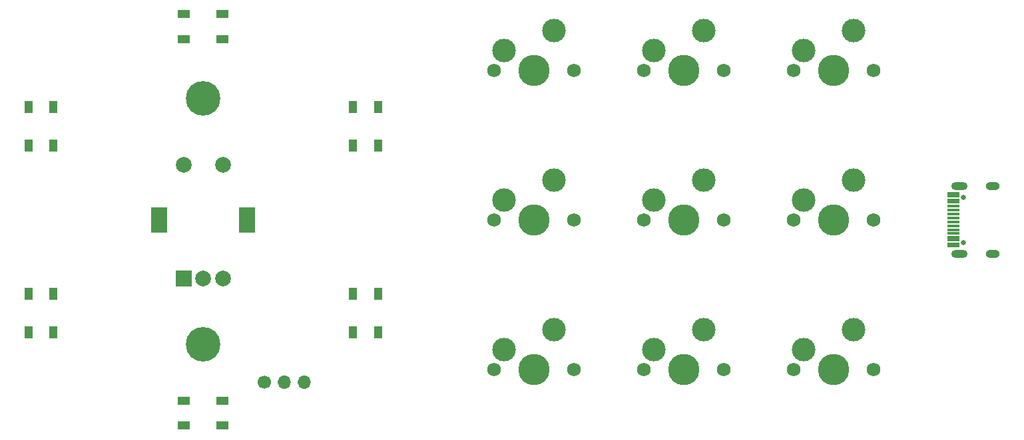
<source format=gts>
G04 #@! TF.GenerationSoftware,KiCad,Pcbnew,7.0.1*
G04 #@! TF.CreationDate,2023-04-28T03:37:42-07:00*
G04 #@! TF.ProjectId,jam-pad,6a616d2d-7061-4642-9e6b-696361645f70,rev?*
G04 #@! TF.SameCoordinates,Original*
G04 #@! TF.FileFunction,Soldermask,Top*
G04 #@! TF.FilePolarity,Negative*
%FSLAX46Y46*%
G04 Gerber Fmt 4.6, Leading zero omitted, Abs format (unit mm)*
G04 Created by KiCad (PCBNEW 7.0.1) date 2023-04-28 03:37:42*
%MOMM*%
%LPD*%
G01*
G04 APERTURE LIST*
%ADD10C,1.750000*%
%ADD11C,3.000000*%
%ADD12C,3.987800*%
%ADD13C,4.400000*%
%ADD14R,2.000000X2.000000*%
%ADD15C,2.000000*%
%ADD16R,2.000000X3.200000*%
%ADD17C,0.650000*%
%ADD18R,1.600000X0.300000*%
%ADD19O,2.100000X1.000000*%
%ADD20O,1.800000X1.000000*%
%ADD21R,1.500000X1.000000*%
%ADD22R,1.000000X1.500000*%
%ADD23C,1.700000*%
%ADD24O,1.700000X1.700000*%
G04 APERTURE END LIST*
D10*
G04 #@! TO.C,SW4*
X97313750Y-53975000D03*
D11*
X98583750Y-51435000D03*
D12*
X102393750Y-53975000D03*
D11*
X104933750Y-48895000D03*
D10*
X107473750Y-53975000D03*
G04 #@! TD*
G04 #@! TO.C,SW9*
X135413750Y-73025000D03*
D11*
X136683750Y-70485000D03*
D12*
X140493750Y-73025000D03*
D11*
X143033750Y-67945000D03*
D10*
X145573750Y-73025000D03*
G04 #@! TD*
D13*
G04 #@! TO.C,H1*
X60325000Y-38481000D03*
G04 #@! TD*
D14*
G04 #@! TO.C,SW14*
X57825000Y-61475000D03*
D15*
X62825000Y-61475000D03*
X60325000Y-61475000D03*
D16*
X54725000Y-53975000D03*
X65925000Y-53975000D03*
D15*
X62825000Y-46975000D03*
X57825000Y-46975000D03*
G04 #@! TD*
D17*
G04 #@! TO.C,J1*
X157021875Y-56865000D03*
X157021875Y-51085000D03*
D18*
X155721875Y-57325000D03*
X155721875Y-56525000D03*
X155721875Y-55225000D03*
X155721875Y-54225000D03*
X155721875Y-53725000D03*
X155721875Y-52725000D03*
X155721875Y-51425000D03*
X155721875Y-50625000D03*
X155721875Y-50925000D03*
X155721875Y-51725000D03*
X155721875Y-52225000D03*
X155721875Y-53225000D03*
X155721875Y-54725000D03*
X155721875Y-55725000D03*
X155721875Y-56225000D03*
X155721875Y-57025000D03*
D19*
X156521875Y-58295000D03*
D20*
X160701875Y-58295000D03*
D19*
X156521875Y-49655000D03*
D20*
X160701875Y-49655000D03*
G04 #@! TD*
D10*
G04 #@! TO.C,SW5*
X116363750Y-53975000D03*
D11*
X117633750Y-51435000D03*
D12*
X121443750Y-53975000D03*
D11*
X123983750Y-48895000D03*
D10*
X126523750Y-53975000D03*
G04 #@! TD*
D13*
G04 #@! TO.C,H2*
X60325000Y-69850000D03*
G04 #@! TD*
D21*
G04 #@! TO.C,D16*
X62775000Y-30968750D03*
X62775000Y-27768750D03*
X57875000Y-27768750D03*
X57875000Y-30968750D03*
G04 #@! TD*
D10*
G04 #@! TO.C,SW7*
X97313750Y-73025000D03*
D11*
X98583750Y-70485000D03*
D12*
X102393750Y-73025000D03*
D11*
X104933750Y-67945000D03*
D10*
X107473750Y-73025000D03*
G04 #@! TD*
G04 #@! TO.C,SW8*
X116363750Y-73025000D03*
D11*
X117633750Y-70485000D03*
D12*
X121443750Y-73025000D03*
D11*
X123983750Y-67945000D03*
D10*
X126523750Y-73025000D03*
G04 #@! TD*
G04 #@! TO.C,SW6*
X135413750Y-53975000D03*
D11*
X136683750Y-51435000D03*
D12*
X140493750Y-53975000D03*
D11*
X143033750Y-48895000D03*
D10*
X145573750Y-53975000D03*
G04 #@! TD*
D22*
G04 #@! TO.C,D17*
X41287500Y-39618750D03*
X38087500Y-39618750D03*
X38087500Y-44518750D03*
X41287500Y-44518750D03*
G04 #@! TD*
G04 #@! TO.C,D12*
X41287500Y-63431250D03*
X38087500Y-63431250D03*
X38087500Y-68331250D03*
X41287500Y-68331250D03*
G04 #@! TD*
D10*
G04 #@! TO.C,SW1*
X97313750Y-34925000D03*
D11*
X98583750Y-32385000D03*
D12*
X102393750Y-34925000D03*
D11*
X104933750Y-29845000D03*
D10*
X107473750Y-34925000D03*
G04 #@! TD*
G04 #@! TO.C,SW2*
X116363750Y-34925000D03*
D11*
X117633750Y-32385000D03*
D12*
X121443750Y-34925000D03*
D11*
X123983750Y-29845000D03*
D10*
X126523750Y-34925000D03*
G04 #@! TD*
D22*
G04 #@! TO.C,D10*
X79362500Y-68331250D03*
X82562500Y-68331250D03*
X82562500Y-63431250D03*
X79362500Y-63431250D03*
G04 #@! TD*
D10*
G04 #@! TO.C,SW3*
X135413750Y-34925000D03*
D11*
X136683750Y-32385000D03*
D12*
X140493750Y-34925000D03*
D11*
X143033750Y-29845000D03*
D10*
X145573750Y-34925000D03*
G04 #@! TD*
D22*
G04 #@! TO.C,D15*
X79362500Y-44518750D03*
X82562500Y-44518750D03*
X82562500Y-39618750D03*
X79362500Y-39618750D03*
G04 #@! TD*
D21*
G04 #@! TO.C,D11*
X57875000Y-76981250D03*
X57875000Y-80181250D03*
X62775000Y-80181250D03*
X62775000Y-76981250D03*
G04 #@! TD*
D23*
G04 #@! TO.C,J2*
X68103750Y-74612500D03*
D24*
X70643750Y-74612500D03*
X73183750Y-74612500D03*
G04 #@! TD*
M02*

</source>
